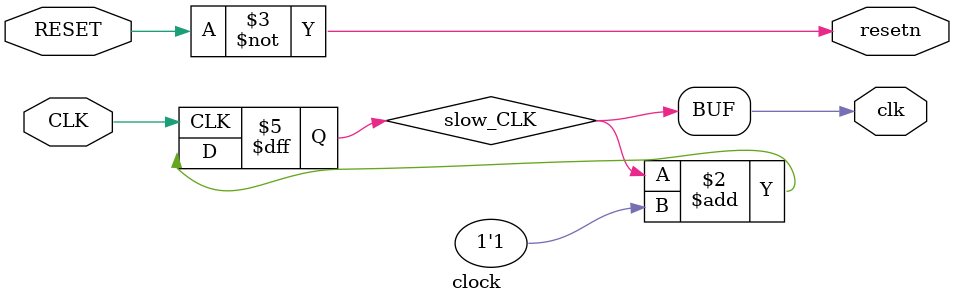
<source format=v>
module clock (
    input CLK,
    input RESET,
    output clk,
    output resetn
);
    parameter SLOW=0;

    reg [SLOW:0] slow_CLK = 0;
    always @(posedge CLK) begin
        slow_CLK <= slow_CLK + 1'b1;
    end
    assign clk = slow_CLK[SLOW];
    assign resetn = ~RESET;

endmodule
</source>
